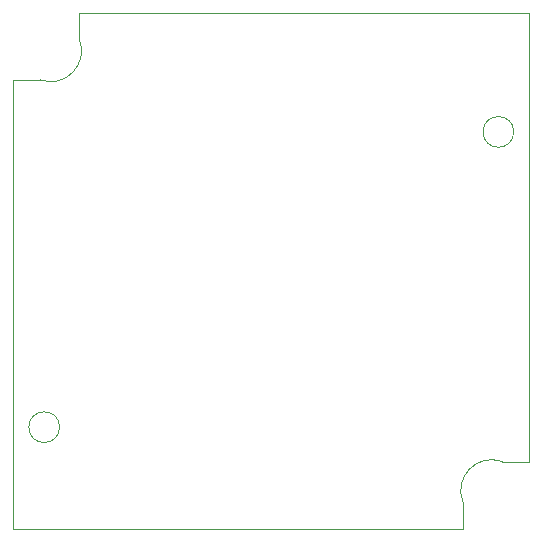
<source format=gm1>
G04 #@! TF.GenerationSoftware,KiCad,Pcbnew,(5.1.0)-1*
G04 #@! TF.CreationDate,2019-06-21T08:53:03-04:00*
G04 #@! TF.ProjectId,TempLogger2,54656d70-4c6f-4676-9765-72322e6b6963,rev?*
G04 #@! TF.SameCoordinates,Original*
G04 #@! TF.FileFunction,Profile,NP*
%FSLAX46Y46*%
G04 Gerber Fmt 4.6, Leading zero omitted, Abs format (unit mm)*
G04 Created by KiCad (PCBNEW (5.1.0)-1) date 2019-06-21 08:53:03*
%MOMM*%
%LPD*%
G04 APERTURE LIST*
%ADD10C,0.050000*%
G04 APERTURE END LIST*
D10*
X126386000Y-115506200D02*
G75*
G03X126386000Y-115506200I-1300000J0D01*
G01*
X164837400Y-90506200D02*
G75*
G03X164837400Y-90506200I-1300000J0D01*
G01*
X160555557Y-124091200D02*
X160555557Y-121893694D01*
X163855400Y-118414800D02*
X166119000Y-118414800D01*
X160555557Y-121893694D02*
G75*
G02X163855400Y-118414800I2414843J1013894D01*
G01*
X128047794Y-80411200D02*
X128047794Y-82647717D01*
X124739400Y-86106000D02*
X122461400Y-86106000D01*
X122461400Y-124110000D02*
X122461400Y-86106000D01*
X128047794Y-82647717D02*
G75*
G02X124739400Y-86106000I-2423394J-993283D01*
G01*
X166127000Y-80411200D02*
X128047794Y-80411200D01*
X166119000Y-118414800D02*
X166127000Y-80411200D01*
X122461400Y-124110000D02*
X160555557Y-124091200D01*
M02*

</source>
